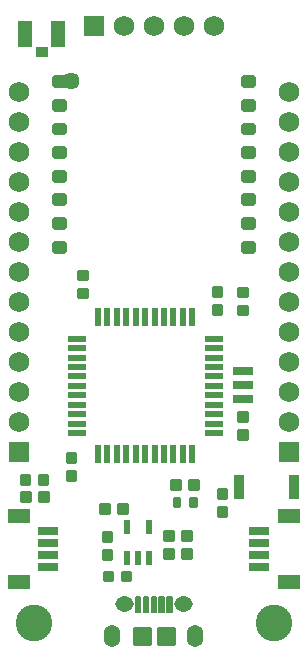
<source format=gbr>
G04 EAGLE Gerber RS-274X export*
G75*
%MOMM*%
%FSLAX34Y34*%
%LPD*%
%AMOC8*
5,1,8,0,0,1.08239X$1,22.5*%
G01*
%ADD10C,3.101600*%
%ADD11C,0.326897*%
%ADD12C,0.257809*%
%ADD13R,0.601600X1.601600*%
%ADD14R,1.601600X0.601600*%
%ADD15C,0.142238*%
%ADD16C,0.260094*%
%ADD17C,1.309600*%
%ADD18C,1.371600*%
%ADD19R,1.801600X0.801600*%
%ADD20C,0.605878*%
%ADD21R,0.501600X1.301600*%
%ADD22R,1.151600X2.301600*%
%ADD23R,1.101600X0.901600*%
%ADD24R,1.752600X1.752600*%
%ADD25C,1.752600*%
%ADD26R,1.651600X0.701600*%
%ADD27R,1.901600X1.301600*%
%ADD28R,0.971600X2.101600*%
%ADD29C,1.451600*%


D10*
X27700Y25400D03*
X230900Y25400D03*
D11*
X94279Y61371D02*
X87641Y61371D01*
X87641Y68009D01*
X94279Y68009D01*
X94279Y61371D01*
X94279Y64477D02*
X87641Y64477D01*
X87641Y67583D02*
X94279Y67583D01*
X102881Y61371D02*
X109519Y61371D01*
X102881Y61371D02*
X102881Y68009D01*
X109519Y68009D01*
X109519Y61371D01*
X109519Y64477D02*
X102881Y64477D01*
X102881Y67583D02*
X109519Y67583D01*
X91047Y118623D02*
X84409Y118623D01*
X84409Y125261D01*
X91047Y125261D01*
X91047Y118623D01*
X91047Y121729D02*
X84409Y121729D01*
X84409Y124835D02*
X91047Y124835D01*
X99649Y118623D02*
X106287Y118623D01*
X99649Y118623D02*
X99649Y125261D01*
X106287Y125261D01*
X106287Y118623D01*
X106287Y121729D02*
X99649Y121729D01*
X99649Y124835D02*
X106287Y124835D01*
X62839Y146241D02*
X62839Y152879D01*
X62839Y146241D02*
X56201Y146241D01*
X56201Y152879D01*
X62839Y152879D01*
X62839Y149347D02*
X56201Y149347D01*
X56201Y152453D02*
X62839Y152453D01*
X62839Y161481D02*
X62839Y168119D01*
X62839Y161481D02*
X56201Y161481D01*
X56201Y168119D01*
X62839Y168119D01*
X62839Y164587D02*
X56201Y164587D01*
X56201Y167693D02*
X62839Y167693D01*
X66335Y316209D02*
X66335Y322847D01*
X72973Y322847D01*
X72973Y316209D01*
X66335Y316209D01*
X66335Y319315D02*
X72973Y319315D01*
X72973Y322421D02*
X66335Y322421D01*
X66335Y307607D02*
X66335Y300969D01*
X66335Y307607D02*
X72973Y307607D01*
X72973Y300969D01*
X66335Y300969D01*
X66335Y304075D02*
X72973Y304075D01*
X72973Y307181D02*
X66335Y307181D01*
D12*
X160039Y130727D02*
X164827Y130727D01*
X164827Y124289D01*
X160039Y124289D01*
X160039Y130727D01*
X160039Y126738D02*
X164827Y126738D01*
X164827Y129187D02*
X160039Y129187D01*
X150857Y130727D02*
X146069Y130727D01*
X150857Y130727D02*
X150857Y124289D01*
X146069Y124289D01*
X146069Y130727D01*
X146069Y126738D02*
X150857Y126738D01*
X150857Y129187D02*
X146069Y129187D01*
D13*
X81920Y168060D03*
X89920Y168060D03*
X97920Y168060D03*
X105920Y168060D03*
X113920Y168060D03*
X121920Y168060D03*
X129920Y168060D03*
X137920Y168060D03*
X145920Y168060D03*
X153920Y168060D03*
X161920Y168060D03*
D14*
X179920Y186060D03*
X179920Y194060D03*
X179920Y202060D03*
X179920Y210060D03*
X179920Y218060D03*
X179920Y226060D03*
X179920Y234060D03*
X179920Y242060D03*
X179920Y250060D03*
X179920Y258060D03*
X179920Y266060D03*
D13*
X161920Y284060D03*
X153920Y284060D03*
X145920Y284060D03*
X137920Y284060D03*
X129920Y284060D03*
X121920Y284060D03*
X113920Y284060D03*
X105920Y284060D03*
X97920Y284060D03*
X89920Y284060D03*
X81920Y284060D03*
D14*
X63920Y266060D03*
X63920Y258060D03*
X63920Y250060D03*
X63920Y242060D03*
X63920Y234060D03*
X63920Y226060D03*
X63920Y218060D03*
X63920Y210060D03*
X63920Y202060D03*
X63920Y194060D03*
X63920Y186060D03*
D15*
X114263Y34620D02*
X117921Y34620D01*
X114263Y34620D02*
X114263Y47676D01*
X117921Y47676D01*
X117921Y34620D01*
X117921Y35971D02*
X114263Y35971D01*
X114263Y37322D02*
X117921Y37322D01*
X117921Y38673D02*
X114263Y38673D01*
X114263Y40024D02*
X117921Y40024D01*
X117921Y41375D02*
X114263Y41375D01*
X114263Y42726D02*
X117921Y42726D01*
X117921Y44077D02*
X114263Y44077D01*
X114263Y45428D02*
X117921Y45428D01*
X117921Y46779D02*
X114263Y46779D01*
X120867Y34620D02*
X124525Y34620D01*
X120867Y34620D02*
X120867Y47676D01*
X124525Y47676D01*
X124525Y34620D01*
X124525Y35971D02*
X120867Y35971D01*
X120867Y37322D02*
X124525Y37322D01*
X124525Y38673D02*
X120867Y38673D01*
X120867Y40024D02*
X124525Y40024D01*
X124525Y41375D02*
X120867Y41375D01*
X120867Y42726D02*
X124525Y42726D01*
X124525Y44077D02*
X120867Y44077D01*
X120867Y45428D02*
X124525Y45428D01*
X124525Y46779D02*
X120867Y46779D01*
X127471Y34620D02*
X131129Y34620D01*
X127471Y34620D02*
X127471Y47676D01*
X131129Y47676D01*
X131129Y34620D01*
X131129Y35971D02*
X127471Y35971D01*
X127471Y37322D02*
X131129Y37322D01*
X131129Y38673D02*
X127471Y38673D01*
X127471Y40024D02*
X131129Y40024D01*
X131129Y41375D02*
X127471Y41375D01*
X127471Y42726D02*
X131129Y42726D01*
X131129Y44077D02*
X127471Y44077D01*
X127471Y45428D02*
X131129Y45428D01*
X131129Y46779D02*
X127471Y46779D01*
X134075Y34620D02*
X137733Y34620D01*
X134075Y34620D02*
X134075Y47676D01*
X137733Y47676D01*
X137733Y34620D01*
X137733Y35971D02*
X134075Y35971D01*
X134075Y37322D02*
X137733Y37322D01*
X137733Y38673D02*
X134075Y38673D01*
X134075Y40024D02*
X137733Y40024D01*
X137733Y41375D02*
X134075Y41375D01*
X134075Y42726D02*
X137733Y42726D01*
X137733Y44077D02*
X134075Y44077D01*
X134075Y45428D02*
X137733Y45428D01*
X137733Y46779D02*
X134075Y46779D01*
X140679Y34620D02*
X144337Y34620D01*
X140679Y34620D02*
X140679Y47676D01*
X144337Y47676D01*
X144337Y34620D01*
X144337Y35971D02*
X140679Y35971D01*
X140679Y37322D02*
X144337Y37322D01*
X144337Y38673D02*
X140679Y38673D01*
X140679Y40024D02*
X144337Y40024D01*
X144337Y41375D02*
X140679Y41375D01*
X140679Y42726D02*
X144337Y42726D01*
X144337Y44077D02*
X140679Y44077D01*
X140679Y45428D02*
X144337Y45428D01*
X144337Y46779D02*
X140679Y46779D01*
D16*
X125968Y7396D02*
X112312Y7396D01*
X112312Y21052D01*
X125968Y21052D01*
X125968Y7396D01*
X125968Y9867D02*
X112312Y9867D01*
X112312Y12338D02*
X125968Y12338D01*
X125968Y14809D02*
X112312Y14809D01*
X112312Y17280D02*
X125968Y17280D01*
X125968Y19751D02*
X112312Y19751D01*
X132632Y7396D02*
X146288Y7396D01*
X132632Y7396D02*
X132632Y21052D01*
X146288Y21052D01*
X146288Y7396D01*
X146288Y9867D02*
X132632Y9867D01*
X132632Y12338D02*
X146288Y12338D01*
X146288Y14809D02*
X132632Y14809D01*
X132632Y17280D02*
X146288Y17280D01*
X146288Y19751D02*
X132632Y19751D01*
D17*
X103138Y41148D03*
X105678Y41148D03*
X104408Y41148D03*
X152922Y41148D03*
X155462Y41148D03*
X153938Y41148D03*
D18*
X94248Y16764D03*
X164352Y16764D03*
X94248Y11684D03*
X94248Y13970D03*
X164352Y11684D03*
X164352Y14224D03*
D19*
X204978Y238822D03*
X204978Y226822D03*
X204978Y214822D03*
D11*
X145759Y86829D02*
X145759Y80191D01*
X139121Y80191D01*
X139121Y86829D01*
X145759Y86829D01*
X145759Y83297D02*
X139121Y83297D01*
X139121Y86403D02*
X145759Y86403D01*
X145759Y95431D02*
X145759Y102069D01*
X145759Y95431D02*
X139121Y95431D01*
X139121Y102069D01*
X145759Y102069D01*
X145759Y98537D02*
X139121Y98537D01*
X139121Y101643D02*
X145759Y101643D01*
X160679Y86939D02*
X160679Y80301D01*
X154041Y80301D01*
X154041Y86939D01*
X160679Y86939D01*
X160679Y83407D02*
X154041Y83407D01*
X154041Y86513D02*
X160679Y86513D01*
X160679Y95541D02*
X160679Y102179D01*
X160679Y95541D02*
X154041Y95541D01*
X154041Y102179D01*
X160679Y102179D01*
X160679Y98647D02*
X154041Y98647D01*
X154041Y101753D02*
X160679Y101753D01*
X86761Y101459D02*
X86761Y94821D01*
X86761Y101459D02*
X93399Y101459D01*
X93399Y94821D01*
X86761Y94821D01*
X86761Y97927D02*
X93399Y97927D01*
X93399Y101033D02*
X86761Y101033D01*
X86761Y86219D02*
X86761Y79581D01*
X86761Y86219D02*
X93399Y86219D01*
X93399Y79581D01*
X86761Y79581D01*
X86761Y82687D02*
X93399Y82687D01*
X93399Y85793D02*
X86761Y85793D01*
X208275Y286559D02*
X208275Y293197D01*
X208275Y286559D02*
X201637Y286559D01*
X201637Y293197D01*
X208275Y293197D01*
X208275Y289665D02*
X201637Y289665D01*
X201637Y292771D02*
X208275Y292771D01*
X208275Y301799D02*
X208275Y308437D01*
X208275Y301799D02*
X201637Y301799D01*
X201637Y308437D01*
X208275Y308437D01*
X208275Y304905D02*
X201637Y304905D01*
X201637Y308011D02*
X208275Y308011D01*
X184101Y138169D02*
X184101Y131531D01*
X184101Y138169D02*
X190739Y138169D01*
X190739Y131531D01*
X184101Y131531D01*
X184101Y134637D02*
X190739Y134637D01*
X190739Y137743D02*
X184101Y137743D01*
X184101Y122929D02*
X184101Y116291D01*
X184101Y122929D02*
X190739Y122929D01*
X190739Y116291D01*
X184101Y116291D01*
X184101Y119397D02*
X190739Y119397D01*
X190739Y122503D02*
X184101Y122503D01*
X166387Y145305D02*
X159749Y145305D01*
X166387Y145305D02*
X166387Y138667D01*
X159749Y138667D01*
X159749Y145305D01*
X159749Y141773D02*
X166387Y141773D01*
X166387Y144879D02*
X159749Y144879D01*
X151147Y145305D02*
X144509Y145305D01*
X151147Y145305D02*
X151147Y138667D01*
X144509Y138667D01*
X144509Y145305D01*
X144509Y141773D02*
X151147Y141773D01*
X151147Y144879D02*
X144509Y144879D01*
D20*
X52779Y481541D02*
X45821Y481541D01*
X45821Y486499D01*
X52779Y486499D01*
X52779Y481541D01*
X52779Y461541D02*
X45821Y461541D01*
X45821Y466499D01*
X52779Y466499D01*
X52779Y461541D01*
X52779Y441541D02*
X45821Y441541D01*
X45821Y446499D01*
X52779Y446499D01*
X52779Y441541D01*
X52779Y421541D02*
X45821Y421541D01*
X45821Y426499D01*
X52779Y426499D01*
X52779Y421541D01*
X52779Y401541D02*
X45821Y401541D01*
X45821Y406499D01*
X52779Y406499D01*
X52779Y401541D01*
X52779Y381541D02*
X45821Y381541D01*
X45821Y386499D01*
X52779Y386499D01*
X52779Y381541D01*
X52779Y361541D02*
X45821Y361541D01*
X45821Y366499D01*
X52779Y366499D01*
X52779Y361541D01*
X52779Y341541D02*
X45821Y341541D01*
X45821Y346499D01*
X52779Y346499D01*
X52779Y341541D01*
X205821Y346499D02*
X212779Y346499D01*
X212779Y341541D01*
X205821Y341541D01*
X205821Y346499D01*
X205821Y366499D02*
X212779Y366499D01*
X212779Y361541D01*
X205821Y361541D01*
X205821Y366499D01*
X205821Y386499D02*
X212779Y386499D01*
X212779Y381541D01*
X205821Y381541D01*
X205821Y386499D01*
X205821Y406499D02*
X212779Y406499D01*
X212779Y401541D01*
X205821Y401541D01*
X205821Y406499D01*
X205821Y426499D02*
X212779Y426499D01*
X212779Y421541D01*
X205821Y421541D01*
X205821Y426499D01*
X205821Y446499D02*
X212779Y446499D01*
X212779Y441541D01*
X205821Y441541D01*
X205821Y446499D01*
X205821Y466499D02*
X212779Y466499D01*
X212779Y461541D01*
X205821Y461541D01*
X205821Y466499D01*
X205821Y486499D02*
X212779Y486499D01*
X212779Y481541D01*
X205821Y481541D01*
X205821Y486499D01*
D21*
X106170Y80749D03*
X115670Y80749D03*
X125170Y80749D03*
X125170Y106751D03*
X106170Y106751D03*
D22*
X47980Y523710D03*
X20480Y523710D03*
D23*
X34230Y508460D03*
D24*
X15000Y170300D03*
D25*
X15000Y195700D03*
X15000Y221100D03*
X15000Y246500D03*
X15000Y271900D03*
X15000Y297300D03*
X15000Y322700D03*
X15000Y348100D03*
X15000Y373500D03*
X15000Y398900D03*
X15000Y424300D03*
X15000Y449700D03*
X15000Y475100D03*
D24*
X243600Y170300D03*
D25*
X243600Y195700D03*
X243600Y221100D03*
X243600Y246500D03*
X243600Y271900D03*
X243600Y297300D03*
X243600Y322700D03*
X243600Y348100D03*
X243600Y373500D03*
X243600Y398900D03*
X243600Y424300D03*
X243600Y449700D03*
X243600Y475100D03*
D24*
X78500Y530940D03*
D25*
X103900Y530940D03*
X129300Y530940D03*
X154700Y530940D03*
X180100Y530940D03*
D11*
X39329Y135159D02*
X32691Y135159D01*
X39329Y135159D02*
X39329Y128521D01*
X32691Y128521D01*
X32691Y135159D01*
X32691Y131627D02*
X39329Y131627D01*
X39329Y134733D02*
X32691Y134733D01*
X24089Y135159D02*
X17451Y135159D01*
X24089Y135159D02*
X24089Y128521D01*
X17451Y128521D01*
X17451Y135159D01*
X17451Y131627D02*
X24089Y131627D01*
X24089Y134733D02*
X17451Y134733D01*
X32481Y149539D02*
X39119Y149539D01*
X39119Y142901D01*
X32481Y142901D01*
X32481Y149539D01*
X32481Y146007D02*
X39119Y146007D01*
X39119Y149113D02*
X32481Y149113D01*
X23879Y149539D02*
X17241Y149539D01*
X23879Y149539D02*
X23879Y142901D01*
X17241Y142901D01*
X17241Y149539D01*
X17241Y146007D02*
X23879Y146007D01*
X23879Y149113D02*
X17241Y149113D01*
D26*
X218600Y73000D03*
X218600Y83000D03*
X218600Y93000D03*
X218600Y103000D03*
D27*
X243850Y116000D03*
X243850Y60000D03*
D26*
X40000Y103000D03*
X40000Y93000D03*
X40000Y83000D03*
X40000Y73000D03*
D27*
X14750Y60000D03*
X14750Y116000D03*
D28*
X201620Y140140D03*
X247620Y140140D03*
D11*
X208227Y180821D02*
X208227Y187459D01*
X208227Y180821D02*
X201589Y180821D01*
X201589Y187459D01*
X208227Y187459D01*
X208227Y183927D02*
X201589Y183927D01*
X201589Y187033D02*
X208227Y187033D01*
X208227Y196061D02*
X208227Y202699D01*
X208227Y196061D02*
X201589Y196061D01*
X201589Y202699D01*
X208227Y202699D01*
X208227Y199167D02*
X201589Y199167D01*
X201589Y202273D02*
X208227Y202273D01*
X186523Y286735D02*
X186523Y293373D01*
X186523Y286735D02*
X179885Y286735D01*
X179885Y293373D01*
X186523Y293373D01*
X186523Y289841D02*
X179885Y289841D01*
X179885Y292947D02*
X186523Y292947D01*
X186523Y301975D02*
X186523Y308613D01*
X186523Y301975D02*
X179885Y301975D01*
X179885Y308613D01*
X186523Y308613D01*
X186523Y305081D02*
X179885Y305081D01*
X179885Y308187D02*
X186523Y308187D01*
D29*
X59219Y484124D03*
M02*

</source>
